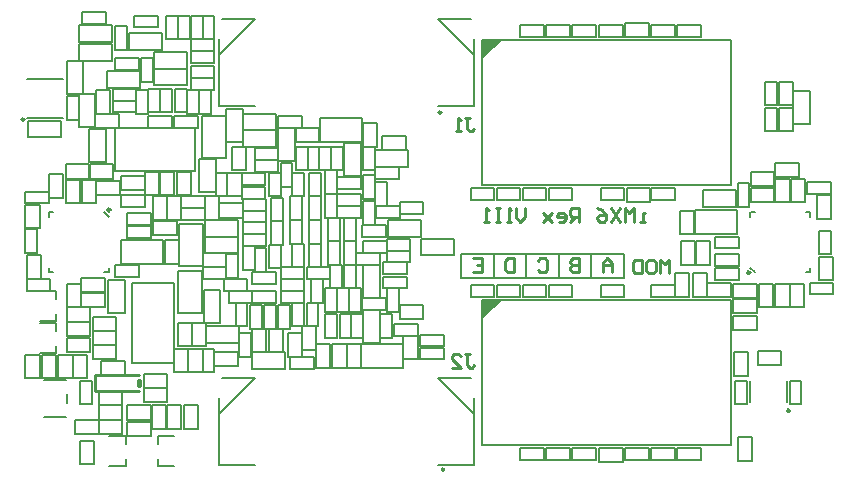
<source format=gbo>
%FSLAX44Y44*%
%MOMM*%
G71*
G01*
G75*
G04 Layer_Color=32896*
%ADD10C,0.3500*%
%ADD11R,1.6000X3.9000*%
%ADD12R,5.2000X5.2000*%
%ADD13R,0.6000X0.2500*%
%ADD14R,0.2500X0.6000*%
%ADD15R,0.5000X0.6000*%
%ADD16R,0.2500X0.5000*%
%ADD17R,2.4000X0.8400*%
%ADD18R,3.4000X4.0000*%
%ADD19R,0.9000X0.4500*%
%ADD20R,0.6000X0.5000*%
%ADD21R,0.5000X0.5000*%
%ADD22R,0.5000X0.5000*%
%ADD23R,0.8000X0.8000*%
%ADD24R,0.7500X1.4000*%
%ADD25R,0.8000X0.8000*%
%ADD26R,1.8288X3.4290*%
%ADD27R,3.4290X1.8288*%
%ADD28R,0.9000X1.6000*%
%ADD29R,1.6000X0.9000*%
%ADD30R,1.2000X0.5800*%
%ADD31C,1.0160*%
%ADD32C,0.4000*%
%ADD33C,0.6350*%
%ADD34R,0.7000X0.9000*%
%ADD35C,0.0930*%
%ADD36C,0.3000*%
%ADD37C,0.0900*%
%ADD38C,0.2500*%
%ADD39C,0.4000*%
%ADD40C,0.1010*%
%ADD41C,0.2000*%
%ADD42C,0.5000*%
%ADD43C,0.7000*%
%ADD44C,5.0000*%
%ADD45C,0.2700*%
%ADD46C,0.4500*%
%ADD47C,0.1000*%
%ADD48C,3.6830*%
%ADD49C,0.0800*%
%ADD50C,0.6000*%
%ADD51C,0.8000*%
%ADD52C,0.0850*%
%ADD53C,1.2500*%
%ADD54R,1.9000X2.6000*%
%ADD55R,0.2800X2.2700*%
%ADD56R,2.5400X0.4300*%
%ADD57R,4.7000X0.4300*%
%ADD58R,1.3000X0.9000*%
%ADD59R,0.9000X1.3000*%
%ADD60R,0.5588X0.6858*%
%ADD61R,0.9000X0.7000*%
%ADD62R,1.8000X1.1250*%
%ADD63R,0.4800X0.2300*%
%ADD64R,0.4000X1.1900*%
%ADD65R,0.9000X1.1900*%
%ADD66R,3.3000X3.3000*%
%ADD67R,0.6000X0.2300*%
%ADD68R,0.2300X0.6000*%
%ADD69R,2.6000X1.9000*%
%ADD70R,1.0000X0.5500*%
%ADD71R,0.5500X1.0000*%
%ADD72C,0.3500*%
%ADD73C,0.2800*%
%ADD74C,0.2200*%
%ADD75C,0.4500*%
%ADD76C,0.1500*%
%ADD77C,0.2540*%
%ADD78C,0.1270*%
%ADD79R,2.4000X2.4000*%
%ADD80R,5.2508X5.2508*%
%ADD81R,0.6600X0.3100*%
%ADD82R,0.3100X0.6600*%
%ADD83R,0.7032X0.8032*%
%ADD84R,0.3900X0.6400*%
%ADD85R,2.5400X0.9800*%
%ADD86R,3.6032X4.2032*%
%ADD87R,1.1032X0.6532*%
%ADD88R,0.8032X0.7032*%
%ADD89R,0.7032X0.7032*%
%ADD90R,0.7032X0.7032*%
%ADD91R,1.0032X1.0032*%
%ADD92R,0.9532X1.6032*%
%ADD93R,1.0032X1.0032*%
%ADD94R,2.0320X3.6322*%
%ADD95R,3.6322X2.0320*%
%ADD96R,1.1032X1.8032*%
%ADD97R,1.8032X1.1032*%
%ADD98R,1.4032X0.7832*%
%ADD99C,1.3160*%
%ADD100C,0.5000*%
%ADD101C,0.7366*%
%ADD102R,0.9032X1.1032*%
%ADD103C,5.2032*%
%ADD104C,0.2032*%
%ADD105R,2.1032X2.8032*%
%ADD106R,0.3816X2.3716*%
%ADD107R,2.6924X0.5824*%
%ADD108R,4.8524X0.5824*%
%ADD109R,1.5032X1.1032*%
%ADD110R,1.1032X1.5032*%
%ADD111R,0.7112X0.8382*%
%ADD112R,1.1032X0.9032*%
%ADD113R,1.8508X1.1758*%
%ADD114R,0.6324X0.3824*%
%ADD115R,0.5524X1.3424*%
%ADD116R,0.9508X1.2408*%
%ADD117R,3.4016X3.4016*%
%ADD118R,0.7016X0.3316*%
%ADD119R,0.3316X0.7016*%
%ADD120R,2.8032X2.1032*%
%ADD121R,1.2032X0.7532*%
%ADD122R,0.7532X1.2032*%
%ADD123R,1.4000X1.4000*%
G36*
X395280Y136000D02*
X395000D01*
Y151500D01*
X410780D01*
X395280Y136000D01*
D02*
G37*
G36*
Y356000D02*
X395000D01*
Y371500D01*
X410780D01*
X395280Y356000D01*
D02*
G37*
D39*
X104000Y79000D02*
Y83000D01*
D41*
X395000Y135720D02*
X410780Y151500D01*
X605000Y28500D02*
Y151500D01*
X395000D02*
X605000D01*
X395000Y28500D02*
Y151500D01*
Y28500D02*
X605000D01*
X395000Y355720D02*
X410780Y371500D01*
X605000Y248500D02*
Y371500D01*
X395000D02*
X605000D01*
X395000Y248500D02*
Y371500D01*
Y248500D02*
X605000D01*
X83500Y296500D02*
X151500D01*
Y260500D02*
Y296500D01*
X83500Y260500D02*
X151500D01*
X83500D02*
Y296500D01*
X256750Y284750D02*
Y296750D01*
X236750D02*
X256750D01*
X236750Y284750D02*
Y296750D01*
Y284750D02*
X256750D01*
X94000Y36000D02*
X114000D01*
X94000D02*
Y48000D01*
X114000D01*
Y36000D02*
Y48000D01*
X516000Y16000D02*
Y26000D01*
X536000D01*
Y16000D02*
Y26000D01*
X516000Y16000D02*
X536000D01*
X188000Y205000D02*
Y219000D01*
X160000D02*
X188000D01*
X160000Y205000D02*
Y219000D01*
Y205000D02*
X188000D01*
X320000Y131000D02*
X340000D01*
X320000Y121000D02*
Y131000D01*
Y121000D02*
X340000D01*
Y131000D01*
X68000Y240000D02*
X88000D01*
X68000D02*
Y252000D01*
X88000D01*
Y240000D02*
Y252000D01*
X62500Y254000D02*
Y266000D01*
Y254000D02*
X82500D01*
Y266000D01*
X62500D02*
X82500D01*
X149000Y112000D02*
X161000D01*
Y132000D01*
X149000D02*
X161000D01*
X149000Y112000D02*
Y132000D01*
X128000Y42000D02*
Y62000D01*
X140000D01*
Y42000D02*
Y62000D01*
X128000Y42000D02*
X140000D01*
X85000Y113000D02*
Y125000D01*
X65000D02*
X85000D01*
X65000Y113000D02*
Y125000D01*
Y113000D02*
X85000D01*
X310000Y290000D02*
X330000D01*
Y278000D02*
Y290000D01*
X310000Y278000D02*
X330000D01*
X310000D02*
Y290000D01*
X222000Y269000D02*
X236000D01*
Y297000D01*
X222000D02*
X236000D01*
X222000Y269000D02*
Y297000D01*
X315000Y219000D02*
X343000D01*
Y205000D02*
Y219000D01*
X315000Y205000D02*
X343000D01*
X315000D02*
Y219000D01*
X172000Y54300D02*
X202530Y84830D01*
X172000Y48000D02*
Y54300D01*
X357470Y84830D02*
X388000Y54300D01*
Y48000D02*
Y54300D01*
X357470Y11170D02*
X388000D01*
X172000D02*
X202530D01*
X174590Y84830D02*
X202530D01*
X357470D02*
X385000D01*
X388000Y11170D02*
Y68000D01*
X172000Y11170D02*
Y68000D01*
X252000Y93000D02*
Y103000D01*
X232000Y93000D02*
X252000D01*
X232000D02*
Y103000D01*
X252000D01*
X495000Y154000D02*
X515000D01*
Y164000D01*
X495000D02*
X515000D01*
X495000Y154000D02*
Y164000D01*
X342000Y122000D02*
X362000D01*
X342000Y112000D02*
Y122000D01*
Y112000D02*
X362000D01*
Y122000D01*
X495000Y236000D02*
Y246000D01*
X515000D01*
Y236000D02*
Y246000D01*
X495000Y236000D02*
X515000D01*
X427000Y26000D02*
X447000D01*
X427000Y16000D02*
Y26000D01*
Y16000D02*
X447000D01*
Y26000D01*
X471000Y16000D02*
Y26000D01*
X491000D01*
Y16000D02*
Y26000D01*
X471000Y16000D02*
X491000D01*
X449000D02*
X469000D01*
Y26000D01*
X449000D02*
X469000D01*
X449000Y16000D02*
Y26000D01*
X558000Y16000D02*
Y26000D01*
X538000Y16000D02*
X558000D01*
X538000D02*
Y26000D01*
X558000D01*
X580000Y374000D02*
Y384000D01*
X560000Y374000D02*
X580000D01*
X560000D02*
Y384000D01*
X580000D01*
X449000Y374000D02*
X469000D01*
Y384000D01*
X449000D02*
X469000D01*
X449000Y374000D02*
Y384000D01*
X427000Y374000D02*
Y384000D01*
X447000D01*
Y374000D02*
Y384000D01*
X427000Y374000D02*
X447000D01*
X538000Y384000D02*
X558000D01*
X538000Y374000D02*
Y384000D01*
Y374000D02*
X558000D01*
Y384000D01*
X471000Y374000D02*
Y384000D01*
X491000D01*
Y374000D02*
Y384000D01*
X471000Y374000D02*
X491000D01*
X385000Y236000D02*
X405000D01*
Y246000D01*
X385000D02*
X405000D01*
X385000Y236000D02*
Y246000D01*
X580000Y16000D02*
Y26000D01*
X560000Y16000D02*
X580000D01*
X560000D02*
Y26000D01*
X580000D01*
X538000Y164000D02*
X558000D01*
X538000Y154000D02*
Y164000D01*
Y154000D02*
X558000D01*
Y164000D01*
X407000Y154000D02*
Y164000D01*
X427000D01*
Y154000D02*
Y164000D01*
X407000Y154000D02*
X427000D01*
X451000D02*
X471000D01*
Y164000D01*
X451000D02*
X471000D01*
X451000Y154000D02*
Y164000D01*
X429000Y154000D02*
Y164000D01*
X449000D01*
Y154000D02*
Y164000D01*
X429000Y154000D02*
X449000D01*
X385000D02*
X405000D01*
Y164000D01*
X385000D02*
X405000D01*
X385000Y154000D02*
Y164000D01*
X407000Y236000D02*
Y246000D01*
X427000D01*
Y236000D02*
Y246000D01*
X407000Y236000D02*
X427000D01*
X451000D02*
X471000D01*
Y246000D01*
X451000D02*
X471000D01*
X451000Y236000D02*
Y246000D01*
X429000Y236000D02*
Y246000D01*
X449000D01*
Y236000D02*
Y246000D01*
X429000Y236000D02*
X449000D01*
X538000Y246000D02*
X558000D01*
X538000Y236000D02*
Y246000D01*
Y236000D02*
X558000D01*
Y246000D01*
X210000Y127000D02*
X220000D01*
X210000D02*
Y147000D01*
X220000D01*
Y127000D02*
Y147000D01*
X224000Y159000D02*
X244000D01*
X224000Y149000D02*
Y159000D01*
Y149000D02*
X244000D01*
Y159000D01*
X208000Y127000D02*
Y147000D01*
X198000D02*
X208000D01*
X198000Y127000D02*
Y147000D01*
Y127000D02*
X208000D01*
X192000Y207000D02*
X212000D01*
Y217000D01*
X192000D02*
X212000D01*
X192000Y207000D02*
Y217000D01*
X192000Y177000D02*
X202000D01*
X192000D02*
Y197000D01*
X202000D01*
Y177000D02*
Y197000D01*
X222000Y307000D02*
X242000D01*
X222000Y297000D02*
Y307000D01*
Y297000D02*
X242000D01*
Y307000D01*
X234000Y129000D02*
X244000D01*
X234000D02*
Y149000D01*
X244000D01*
Y129000D02*
Y149000D01*
X272000Y119000D02*
Y139000D01*
X262000D02*
X272000D01*
X262000Y119000D02*
Y139000D01*
Y119000D02*
X272000D01*
X308000D02*
X318000D01*
X308000D02*
Y139000D01*
X318000D01*
Y119000D02*
Y139000D01*
X176000Y159000D02*
Y169000D01*
X196000D01*
Y159000D02*
Y169000D01*
X176000Y159000D02*
X196000D01*
X173000Y132000D02*
Y160000D01*
X159000Y132000D02*
X173000D01*
X159000D02*
Y160000D01*
X173000D01*
X180000Y149000D02*
X200000D01*
Y159000D01*
X180000D02*
X200000D01*
X180000Y149000D02*
Y159000D01*
X158000Y169000D02*
Y179000D01*
X178000D01*
Y169000D02*
Y179000D01*
X158000Y169000D02*
X178000D01*
X665000Y63000D02*
Y83000D01*
X655000D02*
X665000D01*
X655000Y63000D02*
Y83000D01*
Y63000D02*
X665000D01*
X609000D02*
X619000D01*
X609000D02*
Y83000D01*
X619000D01*
Y63000D02*
Y83000D01*
X54000Y63000D02*
Y83000D01*
Y63000D02*
X64000D01*
Y83000D01*
X54000D02*
X64000D01*
X250000Y149000D02*
X260000D01*
X250000D02*
Y169000D01*
X260000D01*
Y149000D02*
Y169000D01*
X246000Y179000D02*
X266000D01*
X246000Y169000D02*
Y179000D01*
Y169000D02*
X266000D01*
Y179000D01*
X216000Y218000D02*
X226000D01*
Y198000D02*
Y218000D01*
X216000Y198000D02*
X226000D01*
X216000D02*
Y218000D01*
X232000Y199000D02*
Y219000D01*
Y199000D02*
X242000D01*
Y219000D01*
X232000D02*
X242000D01*
X248000Y199000D02*
X258000D01*
X248000D02*
Y219000D01*
X258000D01*
Y199000D02*
Y219000D01*
X264000Y201000D02*
Y221000D01*
Y201000D02*
X274000D01*
Y221000D01*
X264000D02*
X274000D01*
X294000Y143000D02*
X308000D01*
X294000Y115000D02*
Y143000D01*
Y115000D02*
X308000D01*
Y143000D01*
X278000Y221000D02*
X288000D01*
Y201000D02*
Y221000D01*
X278000Y201000D02*
X288000D01*
X278000D02*
Y221000D01*
X192000Y197000D02*
X212000D01*
Y207000D01*
X192000D02*
X212000D01*
X192000Y197000D02*
Y207000D01*
X248000Y179000D02*
X258000D01*
X248000D02*
Y199000D01*
X258000D01*
Y179000D02*
Y199000D01*
X224000Y179000D02*
X244000D01*
X224000Y169000D02*
Y179000D01*
Y169000D02*
X244000D01*
Y179000D01*
X160000Y191000D02*
X188000D01*
X160000D02*
Y205000D01*
X188000D01*
Y191000D02*
Y205000D01*
X308000Y181000D02*
Y191000D01*
X288000Y181000D02*
X308000D01*
X288000D02*
Y191000D01*
X308000D01*
X224000Y178000D02*
Y198000D01*
X214000D02*
X224000D01*
X214000Y178000D02*
Y198000D01*
Y178000D02*
X224000D01*
X234000Y179000D02*
X244000D01*
X234000D02*
Y199000D01*
X244000D01*
Y179000D02*
Y199000D01*
X278000Y181000D02*
Y201000D01*
Y181000D02*
X288000D01*
Y201000D01*
X278000D02*
X288000D01*
X294000Y181000D02*
X308000D01*
X294000Y153000D02*
Y181000D01*
Y153000D02*
X308000D01*
Y181000D01*
X262000Y141000D02*
X272000D01*
X262000D02*
Y161000D01*
X272000D01*
Y141000D02*
Y161000D01*
X282000Y141000D02*
Y161000D01*
X272000D02*
X282000D01*
X272000Y141000D02*
Y161000D01*
Y141000D02*
X282000D01*
X282000D02*
X292000D01*
X282000D02*
Y161000D01*
X292000D01*
Y141000D02*
Y161000D01*
X293000Y153000D02*
X313000D01*
X293000Y143000D02*
Y153000D01*
Y143000D02*
X313000D01*
Y153000D01*
X314000Y191000D02*
Y201000D01*
X294000Y191000D02*
X314000D01*
X294000D02*
Y201000D01*
X314000D01*
X272000Y221000D02*
X292000D01*
Y231000D01*
X272000D02*
X292000D01*
X272000Y221000D02*
Y231000D01*
X294000Y235000D02*
X304000D01*
Y215000D02*
Y235000D01*
X294000Y215000D02*
X304000D01*
X294000D02*
Y235000D01*
X288000Y161000D02*
Y181000D01*
X278000D02*
X288000D01*
X278000Y161000D02*
Y181000D01*
Y161000D02*
X288000D01*
X266000D02*
X276000D01*
X266000D02*
Y181000D01*
X276000D01*
Y161000D02*
Y181000D01*
X293000Y215000D02*
X313000D01*
X293000Y205000D02*
Y215000D01*
Y205000D02*
X313000D01*
Y215000D01*
X292000Y245000D02*
Y255000D01*
X272000Y245000D02*
X292000D01*
X272000D02*
Y255000D01*
X292000D01*
X262000Y221000D02*
Y241000D01*
Y221000D02*
X272000D01*
Y241000D01*
X262000D02*
X272000D01*
Y231000D02*
Y241000D01*
X292000D01*
Y231000D02*
Y241000D01*
X272000Y231000D02*
X292000D01*
X214000Y239000D02*
Y259000D01*
Y239000D02*
X224000D01*
Y259000D01*
X214000D02*
X224000D01*
X232000Y219000D02*
X242000D01*
X232000D02*
Y239000D01*
X242000D01*
Y219000D02*
Y239000D01*
X258000Y219000D02*
Y239000D01*
X248000D02*
X258000D01*
X248000Y219000D02*
Y239000D01*
Y219000D02*
X258000D01*
X222000Y260000D02*
Y270000D01*
X202000Y260000D02*
X222000D01*
X202000D02*
Y270000D01*
X222000D01*
X226000Y218000D02*
Y238000D01*
X216000D02*
X226000D01*
X216000Y218000D02*
Y238000D01*
Y218000D02*
X226000D01*
X192000Y295000D02*
X220000D01*
Y281000D02*
Y295000D01*
X192000Y281000D02*
X220000D01*
X192000D02*
Y295000D01*
X155000Y271000D02*
X169000D01*
X155000Y243000D02*
Y271000D01*
Y243000D02*
X169000D01*
Y271000D01*
X278000Y256000D02*
Y284000D01*
X292000D01*
Y256000D02*
Y284000D01*
X278000Y256000D02*
X292000D01*
X262000Y261000D02*
X272000D01*
Y241000D02*
Y261000D01*
X262000Y241000D02*
X272000D01*
X262000D02*
Y261000D01*
X224000Y247000D02*
Y267000D01*
Y247000D02*
X234000D01*
Y267000D01*
X224000D02*
X234000D01*
X202000Y270000D02*
Y280000D01*
X222000D01*
Y270000D02*
Y280000D01*
X202000Y270000D02*
X222000D01*
X248000Y239000D02*
Y259000D01*
Y239000D02*
X258000D01*
Y259000D01*
X248000D02*
X258000D01*
X234000D02*
X244000D01*
Y239000D02*
Y259000D01*
X234000Y239000D02*
X244000D01*
X234000D02*
Y259000D01*
X224000Y169000D02*
X244000D01*
X224000Y159000D02*
Y169000D01*
Y159000D02*
X244000D01*
Y169000D01*
X137840Y180220D02*
X158160D01*
Y215780D01*
X137840D02*
X158160D01*
X137840Y180220D02*
Y215780D01*
X264000Y181000D02*
X274000D01*
X264000D02*
Y201000D01*
X274000D01*
Y181000D02*
Y201000D01*
X200000Y175000D02*
X220000D01*
X200000Y165000D02*
Y175000D01*
Y165000D02*
X220000D01*
Y175000D01*
X178000Y190000D02*
X188000D01*
Y170000D02*
Y190000D01*
X178000Y170000D02*
X188000D01*
X178000D02*
Y190000D01*
X157160Y140220D02*
Y175780D01*
X136840Y140220D02*
X157160D01*
X136840D02*
Y175780D01*
X157160D01*
X212000Y175000D02*
Y195000D01*
X202000D02*
X212000D01*
X202000Y175000D02*
Y195000D01*
Y175000D02*
X212000D01*
X200000Y149000D02*
Y159000D01*
X220000D01*
Y149000D02*
Y159000D01*
X200000Y149000D02*
X220000D01*
X257000Y261000D02*
Y281000D01*
Y261000D02*
X267000D01*
Y281000D01*
X257000D02*
X267000D01*
X274000Y119000D02*
X284000D01*
X274000D02*
Y139000D01*
X284000D01*
Y119000D02*
Y139000D01*
X247000Y261000D02*
Y281000D01*
Y261000D02*
X257000D01*
Y281000D01*
X247000D02*
X257000D01*
X292220Y93840D02*
Y114160D01*
Y93840D02*
X327780D01*
Y114160D01*
X292220D02*
X327780D01*
X157840Y271220D02*
Y306780D01*
X178160D01*
Y271220D02*
Y306780D01*
X157840Y271220D02*
X178160D01*
X246000Y129000D02*
X256000D01*
X246000D02*
Y149000D01*
X256000D01*
Y129000D02*
Y149000D01*
X196000Y129000D02*
Y149000D01*
X186000D02*
X196000D01*
X186000Y129000D02*
Y149000D01*
Y129000D02*
X196000D01*
X161000Y115000D02*
X189000D01*
X161000D02*
Y129000D01*
X189000D01*
Y115000D02*
Y129000D01*
X191000Y249000D02*
X211000D01*
Y259000D01*
X191000D02*
X211000D01*
X191000Y249000D02*
Y259000D01*
X169000Y259000D02*
X179000D01*
Y239000D02*
Y259000D01*
X169000Y239000D02*
X179000D01*
X169000D02*
Y259000D01*
X192000Y227000D02*
X212000D01*
Y237000D01*
X192000D02*
X212000D01*
X192000Y227000D02*
Y237000D01*
X267000Y281000D02*
X277000D01*
Y261000D02*
Y281000D01*
X267000Y261000D02*
X277000D01*
X267000D02*
Y281000D01*
X292780Y284840D02*
Y305160D01*
X257220D02*
X292780D01*
X257220Y284840D02*
Y305160D01*
Y284840D02*
X292780D01*
X304000Y231000D02*
Y251000D01*
Y231000D02*
X314000D01*
Y251000D01*
X304000D02*
X314000D01*
X331000Y161000D02*
Y171000D01*
X311000Y161000D02*
X331000D01*
X311000D02*
Y171000D01*
X331000D01*
X294000Y237000D02*
Y257000D01*
Y237000D02*
X304000D01*
Y257000D01*
X294000D02*
X304000D01*
X294000Y281000D02*
X304000D01*
Y261000D02*
Y281000D01*
X294000Y261000D02*
X304000D01*
X294000D02*
Y281000D01*
X324000Y141000D02*
Y161000D01*
X314000D02*
X324000D01*
X314000Y141000D02*
Y161000D01*
Y141000D02*
X324000D01*
X331000Y173000D02*
Y183000D01*
X311000Y173000D02*
X331000D01*
X311000D02*
Y183000D01*
X331000D01*
X294000Y119000D02*
Y139000D01*
X284000D02*
X294000D01*
X284000Y119000D02*
Y139000D01*
Y119000D02*
X294000D01*
X192000Y217000D02*
Y227000D01*
X212000D01*
Y217000D02*
Y227000D01*
X192000Y217000D02*
X212000D01*
X191000Y237000D02*
X211000D01*
Y247000D01*
X191000D02*
X211000D01*
X191000Y237000D02*
Y247000D01*
X237000Y281000D02*
X247000D01*
Y261000D02*
Y281000D01*
X237000Y261000D02*
X247000D01*
X237000D02*
Y281000D01*
X304000Y264000D02*
X324000D01*
X304000Y254000D02*
Y264000D01*
Y254000D02*
X324000D01*
Y264000D01*
X325000Y221000D02*
Y231000D01*
X305000Y221000D02*
X325000D01*
X305000D02*
Y231000D01*
X325000D01*
X314000Y193000D02*
X334000D01*
X314000Y183000D02*
Y193000D01*
Y183000D02*
X334000D01*
Y193000D01*
Y193000D02*
Y203000D01*
X314000Y193000D02*
X334000D01*
X314000D02*
Y203000D01*
X334000D01*
X325000Y234000D02*
X345000D01*
X325000Y224000D02*
Y234000D01*
Y224000D02*
X345000D01*
Y234000D01*
X343000Y189000D02*
Y203000D01*
Y189000D02*
X371000D01*
Y203000D01*
X343000D02*
X371000D01*
X304000Y278000D02*
X332000D01*
Y264000D02*
Y278000D01*
X304000Y264000D02*
X332000D01*
X304000D02*
Y278000D01*
X222000Y127000D02*
X232000D01*
X222000D02*
Y147000D01*
X232000D01*
Y127000D02*
Y147000D01*
X134000Y307000D02*
X154000D01*
X134000Y297000D02*
Y307000D01*
Y297000D02*
X154000D01*
Y307000D01*
X112000Y297000D02*
Y307000D01*
X132000D01*
Y297000D02*
Y307000D01*
X112000Y297000D02*
X132000D01*
X10000Y289000D02*
Y303000D01*
Y289000D02*
X38000D01*
Y303000D01*
X10000D02*
X38000D01*
X43000Y326000D02*
Y354000D01*
X57000D01*
Y326000D02*
Y354000D01*
X43000Y326000D02*
X57000D01*
X53000Y304000D02*
Y324000D01*
X43000D02*
X53000D01*
X43000Y304000D02*
Y324000D01*
Y304000D02*
X53000D01*
X81000Y370000D02*
Y384000D01*
X53000D02*
X81000D01*
X53000Y370000D02*
Y384000D01*
Y370000D02*
X81000D01*
X56000Y385000D02*
Y395000D01*
X76000D01*
Y385000D02*
Y395000D01*
X56000Y385000D02*
X76000D01*
X102000Y309000D02*
Y329000D01*
Y309000D02*
X112000D01*
Y329000D01*
X102000D02*
X112000D01*
X104000Y346000D02*
Y356000D01*
X84000Y346000D02*
X104000D01*
X84000D02*
Y356000D01*
X104000D01*
X84000Y363000D02*
Y383000D01*
Y363000D02*
X94000D01*
Y383000D01*
X84000D02*
X94000D01*
X148000Y372000D02*
X158000D01*
X148000D02*
Y392000D01*
X158000D01*
Y372000D02*
Y392000D01*
X117000Y347000D02*
X145000D01*
X117000D02*
Y361000D01*
X145000D01*
Y347000D02*
Y361000D01*
X148000Y352000D02*
X168000D01*
Y362000D01*
X148000D02*
X168000D01*
X148000Y352000D02*
Y362000D01*
X148000Y339000D02*
Y349000D01*
X168000D01*
Y339000D02*
Y349000D01*
X148000Y339000D02*
X168000D01*
X148000Y362000D02*
X168000D01*
Y372000D01*
X148000D02*
X168000D01*
X148000Y362000D02*
Y372000D01*
X155000Y329000D02*
X165000D01*
Y309000D02*
Y329000D01*
X155000Y309000D02*
X165000D01*
X155000D02*
Y329000D01*
X117000Y333000D02*
Y347000D01*
Y333000D02*
X145000D01*
Y347000D01*
X117000D02*
X145000D01*
X135000Y310000D02*
Y330000D01*
Y310000D02*
X145000D01*
Y330000D01*
X135000D02*
X145000D01*
X122000D02*
X132000D01*
Y310000D02*
Y330000D01*
X122000Y310000D02*
X132000D01*
X122000D02*
Y330000D01*
X77000Y345000D02*
X105000D01*
Y331000D02*
Y345000D01*
X77000Y331000D02*
X105000D01*
X77000D02*
Y345000D01*
X82000Y320000D02*
X102000D01*
X82000Y310000D02*
Y320000D01*
Y310000D02*
X102000D01*
Y320000D01*
X137000Y372000D02*
X147000D01*
X137000D02*
Y392000D01*
X147000D01*
Y372000D02*
Y392000D01*
X82000Y330000D02*
X102000D01*
X82000Y320000D02*
Y330000D01*
Y320000D02*
X102000D01*
Y330000D01*
X112000D02*
X122000D01*
Y310000D02*
Y330000D01*
X112000Y310000D02*
X122000D01*
X112000D02*
Y330000D01*
X192000Y295000D02*
Y309000D01*
Y295000D02*
X220000D01*
Y309000D01*
X192000D02*
X220000D01*
X148000Y329000D02*
X168000D01*
Y339000D01*
X148000D02*
X168000D01*
X148000Y329000D02*
Y339000D01*
X158000Y372000D02*
X168000D01*
X158000D02*
Y392000D01*
X168000D01*
Y372000D02*
Y392000D01*
X145000Y309000D02*
Y329000D01*
Y309000D02*
X155000D01*
Y329000D01*
X145000D02*
X155000D01*
X92000Y140000D02*
Y168000D01*
X78000Y140000D02*
X92000D01*
X78000D02*
Y168000D01*
X92000D01*
X84000Y181000D02*
X104000D01*
X84000Y171000D02*
Y181000D01*
Y171000D02*
X104000D01*
Y181000D01*
X8000Y211000D02*
X18000D01*
Y191000D02*
Y211000D01*
X8000Y191000D02*
X18000D01*
X8000D02*
Y211000D01*
X94000Y225000D02*
X114000D01*
X94000Y215000D02*
Y225000D01*
Y215000D02*
X114000D01*
Y225000D01*
X89220Y202160D02*
X124780D01*
Y181840D02*
Y202160D01*
X89220Y181840D02*
X124780D01*
X89220D02*
Y202160D01*
X9000Y159000D02*
Y169000D01*
X29000D01*
Y159000D02*
Y169000D01*
X9000Y159000D02*
X29000D01*
X8000Y243000D02*
X28000D01*
X8000Y233000D02*
Y243000D01*
Y233000D02*
X28000D01*
Y243000D01*
X114000Y204000D02*
Y214000D01*
X94000Y204000D02*
X114000D01*
X94000D02*
Y214000D01*
X114000D01*
X89000Y240000D02*
X109000D01*
X89000Y230000D02*
Y240000D01*
Y230000D02*
X109000D01*
Y240000D01*
X610000Y230000D02*
Y244000D01*
X582000D02*
X610000D01*
X582000Y230000D02*
Y244000D01*
Y230000D02*
X610000D01*
X611000Y250000D02*
X621000D01*
Y230000D02*
Y250000D01*
X611000Y230000D02*
X621000D01*
X611000D02*
Y250000D01*
X690000Y190000D02*
Y210000D01*
X680000D02*
X690000D01*
X680000Y190000D02*
Y210000D01*
Y190000D02*
X690000D01*
X592000Y180000D02*
Y190000D01*
X612000D01*
Y180000D02*
Y190000D01*
X592000Y180000D02*
X612000D01*
X610780Y206840D02*
Y227160D01*
X575220D02*
X610780D01*
X575220Y206840D02*
Y227160D01*
Y206840D02*
X610780D01*
X670000Y251000D02*
X690000D01*
X670000Y241000D02*
Y251000D01*
Y241000D02*
X690000D01*
Y251000D01*
X672000Y156000D02*
Y166000D01*
X692000D01*
Y156000D02*
Y166000D01*
X672000Y156000D02*
X692000D01*
X592000Y195000D02*
X612000D01*
Y205000D01*
X592000D02*
X612000D01*
X592000Y195000D02*
Y205000D01*
Y168000D02*
Y178000D01*
X612000D01*
Y168000D02*
Y178000D01*
X592000Y168000D02*
X612000D01*
X200000Y107000D02*
X228000D01*
Y93000D02*
Y107000D01*
X200000Y93000D02*
X228000D01*
X200000D02*
Y107000D01*
X178000Y285000D02*
X192000D01*
Y313000D01*
X178000D02*
X192000D01*
X178000Y285000D02*
Y313000D01*
X53000Y354000D02*
X81000D01*
X53000D02*
Y368000D01*
X81000D01*
Y354000D02*
Y368000D01*
X96000Y363000D02*
Y377000D01*
Y363000D02*
X124000D01*
Y377000D01*
X96000D02*
X124000D01*
X116000Y336000D02*
Y356000D01*
X106000D02*
X116000D01*
X106000Y336000D02*
Y356000D01*
Y336000D02*
X116000D01*
X62000Y268000D02*
Y296000D01*
X76000D01*
Y268000D02*
Y296000D01*
X62000Y268000D02*
X76000D01*
X172000Y358300D02*
X202530Y388830D01*
X172000Y352000D02*
Y358300D01*
X357470Y388830D02*
X388000Y358300D01*
Y352000D02*
Y358300D01*
X357470Y315170D02*
X388000D01*
X172000D02*
X202530D01*
X174590Y388830D02*
X202530D01*
X357470D02*
X385000D01*
X388000Y315170D02*
Y372000D01*
X172000Y315170D02*
Y372000D01*
X79015Y10300D02*
X92985D01*
X79015Y35700D02*
X92985D01*
Y10300D02*
Y16650D01*
Y29350D02*
Y35700D01*
X20015Y133300D02*
X33985D01*
X20015Y158700D02*
X33985D01*
Y133300D02*
Y139650D01*
Y152350D02*
Y158700D01*
X494000Y26000D02*
X514000D01*
Y14000D02*
Y26000D01*
X494000Y14000D02*
X514000D01*
X494000D02*
Y26000D01*
X325000Y135000D02*
X345000D01*
X325000D02*
Y147000D01*
X345000D01*
Y135000D02*
Y147000D01*
X517000Y234000D02*
X537000D01*
X517000D02*
Y246000D01*
X537000D01*
Y234000D02*
Y246000D01*
X646000Y316000D02*
Y336000D01*
X658000D01*
Y316000D02*
Y336000D01*
X646000Y316000D02*
X658000D01*
X646000Y294000D02*
X658000D01*
Y314000D01*
X646000D02*
X658000D01*
X646000Y294000D02*
Y314000D01*
X200000Y107000D02*
Y127000D01*
X212000D01*
Y107000D02*
Y127000D01*
X200000Y107000D02*
X212000D01*
X168000Y95000D02*
Y107000D01*
Y95000D02*
X188000D01*
Y107000D01*
X168000D02*
X188000D01*
X160000Y219000D02*
Y239000D01*
X172000D01*
Y219000D02*
Y239000D01*
X160000Y219000D02*
X172000D01*
X158000Y179000D02*
Y191000D01*
Y179000D02*
X178000D01*
Y191000D01*
X158000D02*
X178000D01*
X172000Y221000D02*
X192000D01*
X172000D02*
Y233000D01*
X192000D01*
Y221000D02*
Y233000D01*
X242000Y109000D02*
X254000D01*
Y129000D01*
X242000D02*
X254000D01*
X242000Y109000D02*
Y129000D01*
X268000Y94000D02*
X280000D01*
Y114000D01*
X268000D02*
X280000D01*
X268000Y94000D02*
Y114000D01*
X242000Y103000D02*
Y123000D01*
X230000Y103000D02*
X242000D01*
X230000D02*
Y123000D01*
X242000D01*
X328000Y101000D02*
X340000D01*
Y121000D01*
X328000D02*
X340000D01*
X328000Y101000D02*
Y121000D01*
X183000Y261000D02*
Y281000D01*
X195000D01*
Y261000D02*
Y281000D01*
X183000Y261000D02*
X195000D01*
X48000Y105000D02*
X60000D01*
X48000Y85000D02*
Y105000D01*
Y85000D02*
X60000D01*
Y105000D01*
X65000Y125000D02*
X85000D01*
X65000D02*
Y137000D01*
X85000D01*
Y125000D02*
Y137000D01*
X92000Y88000D02*
Y100000D01*
X72000D02*
X92000D01*
X72000Y88000D02*
Y100000D01*
Y88000D02*
X92000D01*
X65000Y101000D02*
X85000D01*
X65000D02*
Y113000D01*
X85000D01*
Y101000D02*
Y113000D01*
X115000Y62000D02*
X127000D01*
X115000Y42000D02*
Y62000D01*
Y42000D02*
X127000D01*
Y62000D01*
X620000Y87000D02*
Y107000D01*
X608000Y87000D02*
X620000D01*
X608000D02*
Y107000D01*
X620000D01*
X611000Y35000D02*
X623000D01*
X611000Y15000D02*
Y35000D01*
Y15000D02*
X623000D01*
Y35000D01*
X214000Y107000D02*
Y127000D01*
X226000D01*
Y107000D02*
Y127000D01*
X214000Y107000D02*
X226000D01*
X648000Y96000D02*
Y108000D01*
X628000D02*
X648000D01*
X628000Y96000D02*
Y108000D01*
Y96000D02*
X648000D01*
X8000Y85000D02*
Y105000D01*
X20000D01*
Y85000D02*
Y105000D01*
X8000Y85000D02*
X20000D01*
X22000D02*
X34000D01*
Y105000D01*
X22000D02*
X34000D01*
X22000Y85000D02*
Y105000D01*
X70000Y62000D02*
X90000D01*
X70000D02*
Y74000D01*
X90000D01*
Y62000D02*
Y74000D01*
X36000Y105000D02*
X48000D01*
X36000Y85000D02*
Y105000D01*
Y85000D02*
X48000D01*
Y105000D01*
X294000Y281000D02*
Y301000D01*
X306000D01*
Y281000D02*
Y301000D01*
X294000Y281000D02*
X306000D01*
X292000Y94000D02*
Y114000D01*
X280000Y94000D02*
X292000D01*
X280000D02*
Y114000D01*
X292000D01*
X134000Y90000D02*
X146000D01*
Y110000D01*
X134000D02*
X146000D01*
X134000Y90000D02*
Y110000D01*
X266000Y94000D02*
Y114000D01*
X254000Y94000D02*
X266000D01*
X254000D02*
Y114000D01*
X266000D01*
X137000Y132000D02*
X149000D01*
X137000Y112000D02*
Y132000D01*
Y112000D02*
X149000D01*
Y132000D01*
X191000Y239000D02*
Y259000D01*
X179000Y239000D02*
X191000D01*
X179000D02*
Y259000D01*
X191000D01*
X87000Y297000D02*
Y309000D01*
X67000D02*
X87000D01*
X67000Y297000D02*
Y309000D01*
Y297000D02*
X87000D01*
X68000Y309000D02*
X80000D01*
Y329000D01*
X68000D02*
X80000D01*
X68000Y309000D02*
Y329000D01*
X70000Y38000D02*
X90000D01*
X70000D02*
Y50000D01*
X90000D01*
Y38000D02*
Y50000D01*
X126000Y202000D02*
X138000D01*
X126000Y182000D02*
Y202000D01*
Y182000D02*
X138000D01*
Y202000D01*
X116000Y218000D02*
X136000D01*
Y206000D02*
Y218000D01*
X116000Y206000D02*
X136000D01*
X116000D02*
Y218000D01*
X128000Y219000D02*
X140000D01*
Y239000D01*
X128000D02*
X140000D01*
X128000Y219000D02*
Y239000D01*
X8000Y212000D02*
Y232000D01*
X20000D01*
Y212000D02*
Y232000D01*
X8000Y212000D02*
X20000D01*
X9000Y169000D02*
X21000D01*
Y189000D01*
X9000D02*
X21000D01*
X9000Y169000D02*
Y189000D01*
X55000Y170000D02*
X75000D01*
Y158000D02*
Y170000D01*
X55000Y158000D02*
X75000D01*
X55000D02*
Y170000D01*
X56000Y233000D02*
X68000D01*
Y253000D01*
X56000D02*
X68000D01*
X56000Y233000D02*
Y253000D01*
X43000Y145000D02*
Y165000D01*
X55000D01*
Y145000D02*
Y165000D01*
X43000Y145000D02*
X55000D01*
Y145000D02*
Y157000D01*
Y145000D02*
X75000D01*
Y157000D01*
X55000D02*
X75000D01*
X116000Y219000D02*
Y239000D01*
X128000D01*
Y219000D02*
Y239000D01*
X116000Y219000D02*
X128000D01*
X109000Y260000D02*
X121000D01*
X109000Y240000D02*
Y260000D01*
Y240000D02*
X121000D01*
Y260000D01*
X50000Y50000D02*
X70000D01*
Y38000D02*
Y50000D01*
X50000Y38000D02*
X70000D01*
X50000D02*
Y50000D01*
X28000Y238000D02*
X40000D01*
Y258000D01*
X28000D02*
X40000D01*
X28000Y238000D02*
Y258000D01*
X43000Y133000D02*
X63000D01*
Y121000D02*
Y133000D01*
X43000Y121000D02*
X63000D01*
X43000D02*
Y133000D01*
Y133000D02*
Y145000D01*
Y133000D02*
X63000D01*
Y145000D01*
X43000D02*
X63000D01*
X89000Y244000D02*
X109000D01*
X89000D02*
Y256000D01*
X109000D01*
Y244000D02*
Y256000D01*
X627000Y140000D02*
Y152000D01*
X607000D02*
X627000D01*
X607000Y140000D02*
Y152000D01*
Y140000D02*
X627000D01*
X607000Y153000D02*
X627000D01*
X607000D02*
Y165000D01*
X627000D01*
Y153000D02*
Y165000D01*
X42000Y254000D02*
Y266000D01*
Y254000D02*
X62000D01*
Y266000D01*
X42000D02*
X62000D01*
X562000Y207000D02*
Y227000D01*
X574000D01*
Y207000D02*
Y227000D01*
X562000Y207000D02*
X574000D01*
X563000Y201000D02*
X575000D01*
X563000Y181000D02*
Y201000D01*
Y181000D02*
X575000D01*
Y201000D01*
X570000Y154000D02*
Y174000D01*
X558000Y154000D02*
X570000D01*
X558000D02*
Y174000D01*
X570000D01*
X678000Y240000D02*
X690000D01*
X678000Y220000D02*
Y240000D01*
Y220000D02*
X690000D01*
Y240000D01*
X692000Y168000D02*
Y188000D01*
X680000Y168000D02*
X692000D01*
X680000D02*
Y188000D01*
X692000D01*
X642000Y234000D02*
Y246000D01*
X622000D02*
X642000D01*
X622000Y234000D02*
Y246000D01*
Y234000D02*
X642000D01*
X641000Y145000D02*
Y165000D01*
X629000Y145000D02*
X641000D01*
X629000D02*
Y165000D01*
X641000D01*
X643000Y254000D02*
X655000D01*
X643000Y234000D02*
Y254000D01*
Y234000D02*
X655000D01*
Y254000D01*
X622000Y260000D02*
X642000D01*
Y248000D02*
Y260000D01*
X622000Y248000D02*
X642000D01*
X622000D02*
Y260000D01*
X576000Y201000D02*
X588000D01*
X576000Y181000D02*
Y201000D01*
Y181000D02*
X588000D01*
Y201000D01*
X573000Y154000D02*
Y174000D01*
X585000D01*
Y154000D02*
Y174000D01*
X573000Y154000D02*
X585000D01*
X663000Y255000D02*
Y267000D01*
X643000D02*
X663000D01*
X643000Y255000D02*
Y267000D01*
Y255000D02*
X663000D01*
X667000Y145000D02*
Y165000D01*
X655000Y145000D02*
X667000D01*
X655000D02*
Y165000D01*
X667000D01*
X605000Y154000D02*
Y166000D01*
X585000D02*
X605000D01*
X585000Y154000D02*
Y166000D01*
Y154000D02*
X605000D01*
X607000Y138000D02*
X627000D01*
Y126000D02*
Y138000D01*
X607000Y126000D02*
X627000D01*
X607000D02*
Y138000D01*
X9760Y305490D02*
X40240D01*
X9760Y338510D02*
X40240D01*
X27600Y225400D02*
X31090D01*
X74590D02*
X78400Y221590D01*
X27600D02*
Y225400D01*
Y174600D02*
X31090D01*
X74590D02*
X78080D01*
X78400D02*
Y178410D01*
X27600Y174600D02*
Y178410D01*
X668910Y174600D02*
X672400D01*
X621600Y178410D02*
X625410Y174600D01*
X672400D02*
Y178410D01*
X668910Y225400D02*
X672400D01*
X621920D02*
X625410D01*
X621600Y221590D02*
Y225400D01*
X672400Y221590D02*
Y225400D01*
X134000Y98000D02*
Y166000D01*
X98000Y98000D02*
X134000D01*
X98000D02*
Y166000D01*
X134000D01*
X43160Y64190D02*
Y71810D01*
X24000Y83900D02*
X42000D01*
X24000Y52150D02*
X42000D01*
X516000Y374000D02*
Y386000D01*
Y374000D02*
X536000D01*
Y386000D01*
X516000D02*
X536000D01*
X146000Y90000D02*
X158000D01*
Y110000D01*
X146000D02*
X158000D01*
X146000Y90000D02*
Y110000D01*
X94000Y50000D02*
Y62000D01*
Y50000D02*
X114000D01*
Y62000D01*
X94000D02*
X114000D01*
X108000Y65000D02*
X128000D01*
X108000D02*
Y77000D01*
X128000D01*
Y65000D02*
Y77000D01*
Y77000D02*
Y89000D01*
X108000D02*
X128000D01*
X108000Y77000D02*
Y89000D01*
Y77000D02*
X128000D01*
X494000Y374000D02*
Y384000D01*
X514000D01*
Y374000D02*
Y384000D01*
X494000Y374000D02*
X514000D01*
X644000Y316000D02*
Y336000D01*
X634000D02*
X644000D01*
X634000Y316000D02*
Y336000D01*
Y316000D02*
X644000D01*
X672000Y300000D02*
Y328000D01*
X658000Y300000D02*
X672000D01*
X658000D02*
Y328000D01*
X672000D01*
X634000Y294000D02*
X644000D01*
X634000D02*
Y314000D01*
X644000D01*
Y294000D02*
Y314000D01*
X20015Y106300D02*
X33985D01*
X20015Y131700D02*
X33985D01*
Y106300D02*
Y112650D01*
Y125350D02*
Y131700D01*
X70000Y50000D02*
X90000D01*
X70000D02*
Y62000D01*
X90000D01*
Y50000D02*
Y62000D01*
X43000Y107000D02*
Y119000D01*
Y107000D02*
X63000D01*
Y119000D01*
X43000D02*
X63000D01*
X122000Y260000D02*
X134000D01*
X122000Y240000D02*
Y260000D01*
Y240000D02*
X134000D01*
Y260000D01*
X148000Y240000D02*
Y260000D01*
X136000Y240000D02*
X148000D01*
X136000D02*
Y260000D01*
X148000D01*
X189000Y123000D02*
X199000D01*
Y103000D02*
Y123000D01*
X189000Y103000D02*
X199000D01*
X189000D02*
Y123000D01*
X158000Y110000D02*
X168000D01*
Y90000D02*
Y110000D01*
X158000Y90000D02*
X168000D01*
X158000D02*
Y110000D01*
X362000Y101000D02*
Y111000D01*
X342000Y101000D02*
X362000D01*
X342000D02*
Y111000D01*
X362000D01*
X140000Y219000D02*
Y229000D01*
X160000D01*
Y219000D02*
Y229000D01*
X140000Y219000D02*
X160000D01*
X140000Y229000D02*
Y239000D01*
X160000D01*
Y229000D02*
Y239000D01*
X140000Y229000D02*
X160000D01*
X127000Y372000D02*
X137000D01*
X127000D02*
Y392000D01*
X137000D01*
Y372000D02*
Y392000D01*
X120000Y382000D02*
Y392000D01*
X100000Y382000D02*
X120000D01*
X100000D02*
Y392000D01*
X120000D01*
X643000Y145000D02*
X655000D01*
Y165000D01*
X643000D02*
X655000D01*
X643000Y145000D02*
Y165000D01*
X42000Y253000D02*
X54000D01*
X42000Y233000D02*
Y253000D01*
Y233000D02*
X54000D01*
Y253000D01*
X656000Y254000D02*
X668000D01*
X656000Y234000D02*
Y254000D01*
Y234000D02*
X668000D01*
Y254000D01*
X54000Y12000D02*
X66000D01*
Y32000D01*
X54000D02*
X66000D01*
X54000Y12000D02*
Y32000D01*
X120015Y35700D02*
X133985D01*
X120015Y10300D02*
X133985D01*
X120015Y29350D02*
Y35700D01*
Y10300D02*
Y16650D01*
X142000Y42000D02*
X154000D01*
Y62000D01*
X142000D02*
X154000D01*
X142000Y42000D02*
Y62000D01*
X67000Y298000D02*
Y326000D01*
X53000Y298000D02*
X67000D01*
X53000D02*
Y326000D01*
X67000D01*
X652850Y65000D02*
Y83000D01*
X621100Y65000D02*
Y83000D01*
X377000Y190000D02*
X514500D01*
X377000Y170000D02*
Y190000D01*
X377000Y170000D02*
X514500D01*
Y190000D01*
X404500Y170000D02*
Y190000D01*
X432000Y170000D02*
Y190000D01*
X459500Y170000D02*
Y190000D01*
X487000Y170000D02*
Y190000D01*
D74*
X532500Y217500D02*
X528668D01*
X530584D01*
Y225164D01*
X532500D01*
X522920Y217500D02*
Y228996D01*
X519088Y225164D01*
X515256Y228996D01*
Y217500D01*
X511423Y228996D02*
X503759Y217500D01*
Y228996D02*
X511423Y217500D01*
X492263Y228996D02*
X496095Y227080D01*
X499927Y223248D01*
Y219416D01*
X498011Y217500D01*
X494179D01*
X492263Y219416D01*
Y221332D01*
X494179Y223248D01*
X499927D01*
X476935Y217500D02*
Y228996D01*
X471186D01*
X469270Y227080D01*
Y223248D01*
X471186Y221332D01*
X476935D01*
X473102D02*
X469270Y217500D01*
X459690D02*
X463522D01*
X465438Y219416D01*
Y223248D01*
X463522Y225164D01*
X459690D01*
X457774Y223248D01*
Y221332D01*
X465438D01*
X453942Y225164D02*
X446278Y217500D01*
X450110Y221332D01*
X446278Y225164D01*
X453942Y217500D01*
X430949Y228996D02*
Y221332D01*
X427117Y217500D01*
X423285Y221332D01*
Y228996D01*
X419453Y217500D02*
X415621D01*
X417537D01*
Y228996D01*
X419453Y227080D01*
X409873Y228996D02*
X406041D01*
X407957D01*
Y217500D01*
X409873D01*
X406041D01*
X400293D02*
X396460D01*
X398377D01*
Y228996D01*
X400293Y227080D01*
X553000Y174000D02*
Y185496D01*
X549168Y181664D01*
X545336Y185496D01*
Y174000D01*
X535756Y185496D02*
X539588D01*
X541504Y183580D01*
Y175916D01*
X539588Y174000D01*
X535756D01*
X533839Y175916D01*
Y183580D01*
X535756Y185496D01*
X530007D02*
Y174000D01*
X524259D01*
X522343Y175916D01*
Y183580D01*
X524259Y185496D01*
X530007D01*
X504500Y175000D02*
Y182664D01*
X500668Y186496D01*
X496836Y182664D01*
Y175000D01*
Y180748D01*
X504500D01*
X477000Y186496D02*
Y175000D01*
X471252D01*
X469336Y176916D01*
Y178832D01*
X471252Y180748D01*
X477000D01*
X471252D01*
X469336Y182664D01*
Y184580D01*
X471252Y186496D01*
X477000D01*
X441836Y184580D02*
X443752Y186496D01*
X447584D01*
X449500Y184580D01*
Y176916D01*
X447584Y175000D01*
X443752D01*
X441836Y176916D01*
X422000Y186496D02*
Y175000D01*
X416252D01*
X414336Y176916D01*
Y184580D01*
X416252Y186496D01*
X422000D01*
X386836D02*
X394500D01*
Y175000D01*
X386836D01*
X394500Y180748D02*
X390668D01*
X380336Y105496D02*
X384168D01*
X382252D01*
Y95916D01*
X384168Y94000D01*
X386084D01*
X388000Y95916D01*
X368839Y94000D02*
X376504D01*
X368839Y101664D01*
Y103580D01*
X370756Y105496D01*
X374588D01*
X376504Y103580D01*
X380336Y305496D02*
X384168D01*
X382252D01*
Y295916D01*
X384168Y294000D01*
X386084D01*
X388000Y295916D01*
X376504Y294000D02*
X372672D01*
X374588D01*
Y305496D01*
X376504Y303580D01*
D77*
X362500Y7500D02*
G03*
X362500Y7500I-1000J0D01*
G01*
X360000Y310000D02*
G03*
X360000Y310000I-1000J0D01*
G01*
X7000Y304000D02*
G03*
X7000Y304000I-1000J0D01*
G01*
X80000Y227500D02*
G03*
X80000Y227500I-1270J0D01*
G01*
X621600Y174600D02*
G03*
X621600Y174600I-1270J0D01*
G01*
X655000Y57500D02*
G03*
X655000Y57500I-1000J0D01*
G01*
X67000Y88000D02*
X104000D01*
X67000Y74000D02*
X104000D01*
X67000D02*
Y88000D01*
M02*

</source>
